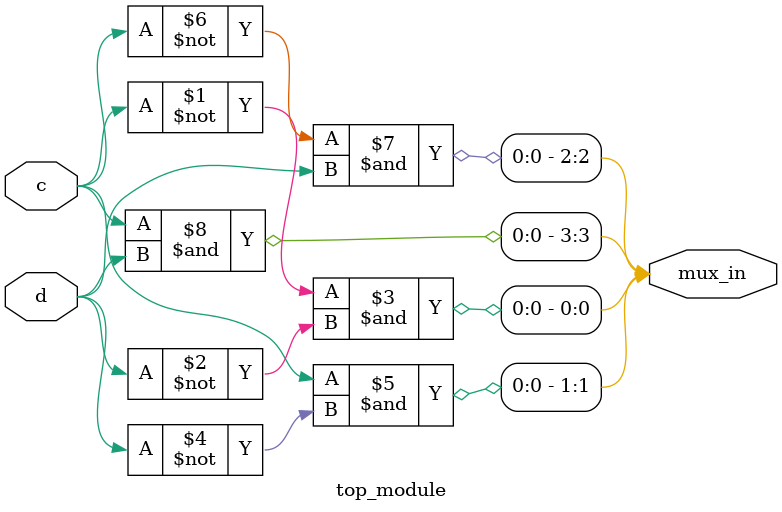
<source format=sv>
module top_module (
    input c,
    input d,
    output [3:0] mux_in
);

assign mux_in[0] = (~c & ~d);
assign mux_in[1] = (c & ~d);
assign mux_in[2] = (~c & d);
assign mux_in[3] = (c & d);

endmodule

</source>
